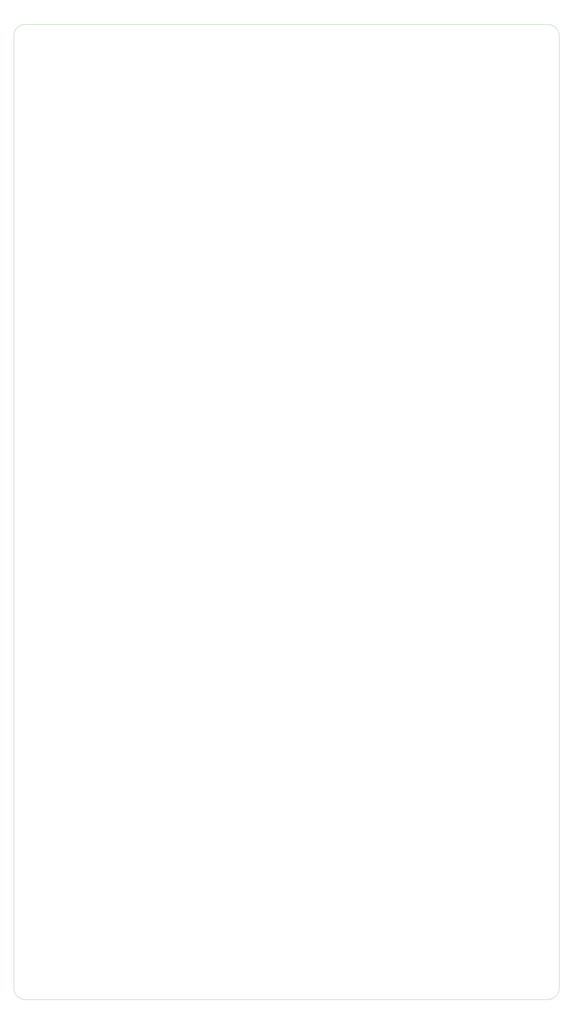
<source format=gbr>
%TF.GenerationSoftware,KiCad,Pcbnew,(6.0.11)*%
%TF.CreationDate,2024-10-28T17:35:11-05:00*%
%TF.ProjectId,backplane.20-slot,6261636b-706c-4616-9e65-2e32302d736c,V1.0*%
%TF.SameCoordinates,Original*%
%TF.FileFunction,Profile,NP*%
%FSLAX46Y46*%
G04 Gerber Fmt 4.6, Leading zero omitted, Abs format (unit mm)*
G04 Created by KiCad (PCBNEW (6.0.11)) date 2024-10-28 17:35:11*
%MOMM*%
%LPD*%
G01*
G04 APERTURE LIST*
%TA.AperFunction,Profile*%
%ADD10C,0.050000*%
%TD*%
G04 APERTURE END LIST*
D10*
X60969000Y-439586400D02*
X285969000Y-439586400D01*
X290969000Y-434586400D02*
X290969000Y-24586400D01*
X285969000Y-19586400D02*
X60969000Y-19586400D01*
X55969000Y-24586400D02*
X55969000Y-434586400D01*
X285969000Y-439586400D02*
G75*
G03*
X290969000Y-434586400I0J5000000D01*
G01*
X290969000Y-24586400D02*
G75*
G03*
X285969000Y-19586400I-5000000J0D01*
G01*
X55969000Y-434586400D02*
G75*
G03*
X60969000Y-439586400I5000000J0D01*
G01*
X60969000Y-19586400D02*
G75*
G03*
X55969000Y-24586400I0J-5000000D01*
G01*
M02*

</source>
